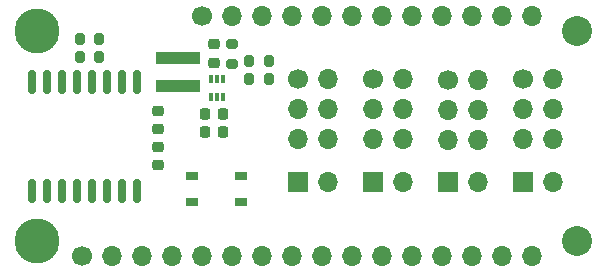
<source format=gbr>
%TF.GenerationSoftware,KiCad,Pcbnew,7.0.2*%
%TF.CreationDate,2023-07-28T16:56:04-04:00*%
%TF.ProjectId,dispocam-hub,64697370-6f63-4616-9d2d-6875622e6b69,rev?*%
%TF.SameCoordinates,Original*%
%TF.FileFunction,Soldermask,Top*%
%TF.FilePolarity,Negative*%
%FSLAX46Y46*%
G04 Gerber Fmt 4.6, Leading zero omitted, Abs format (unit mm)*
G04 Created by KiCad (PCBNEW 7.0.2) date 2023-07-28 16:56:04*
%MOMM*%
%LPD*%
G01*
G04 APERTURE LIST*
G04 Aperture macros list*
%AMRoundRect*
0 Rectangle with rounded corners*
0 $1 Rounding radius*
0 $2 $3 $4 $5 $6 $7 $8 $9 X,Y pos of 4 corners*
0 Add a 4 corners polygon primitive as box body*
4,1,4,$2,$3,$4,$5,$6,$7,$8,$9,$2,$3,0*
0 Add four circle primitives for the rounded corners*
1,1,$1+$1,$2,$3*
1,1,$1+$1,$4,$5*
1,1,$1+$1,$6,$7*
1,1,$1+$1,$8,$9*
0 Add four rect primitives between the rounded corners*
20,1,$1+$1,$2,$3,$4,$5,0*
20,1,$1+$1,$4,$5,$6,$7,0*
20,1,$1+$1,$6,$7,$8,$9,0*
20,1,$1+$1,$8,$9,$2,$3,0*%
G04 Aperture macros list end*
%ADD10O,1.700000X1.700000*%
%ADD11C,1.700000*%
%ADD12C,2.540000*%
%ADD13C,3.810000*%
%ADD14RoundRect,0.225000X0.250000X-0.225000X0.250000X0.225000X-0.250000X0.225000X-0.250000X-0.225000X0*%
%ADD15R,0.340000X0.700000*%
%ADD16RoundRect,0.200000X-0.275000X0.200000X-0.275000X-0.200000X0.275000X-0.200000X0.275000X0.200000X0*%
%ADD17RoundRect,0.200000X-0.200000X-0.275000X0.200000X-0.275000X0.200000X0.275000X-0.200000X0.275000X0*%
%ADD18R,1.050000X0.650000*%
%ADD19RoundRect,0.225000X0.225000X0.250000X-0.225000X0.250000X-0.225000X-0.250000X0.225000X-0.250000X0*%
%ADD20R,1.700000X1.700000*%
%ADD21RoundRect,0.150000X0.150000X-0.875000X0.150000X0.875000X-0.150000X0.875000X-0.150000X-0.875000X0*%
%ADD22RoundRect,0.200000X0.200000X0.275000X-0.200000X0.275000X-0.200000X-0.275000X0.200000X-0.275000X0*%
%ADD23R,3.700000X0.980000*%
G04 APERTURE END LIST*
D10*
%TO.C,M1*%
X146553000Y-103124000D03*
X144013000Y-103124000D03*
X146553000Y-100584000D03*
X144013000Y-100584000D03*
X146553000Y-98044000D03*
D11*
X144013000Y-98044000D03*
%TD*%
D10*
%TO.C,M2*%
X152908000Y-103124000D03*
X150368000Y-103124000D03*
X152908000Y-100584000D03*
X150368000Y-100584000D03*
X152908000Y-98044000D03*
D11*
X150368000Y-98044000D03*
%TD*%
D10*
%TO.C,M3*%
X159253000Y-103139000D03*
X156713000Y-103139000D03*
X159253000Y-100599000D03*
X156713000Y-100599000D03*
X159253000Y-98059000D03*
D11*
X156713000Y-98059000D03*
%TD*%
D10*
%TO.C,M4*%
X165608000Y-103124000D03*
X163068000Y-103124000D03*
X165608000Y-100584000D03*
X163068000Y-100584000D03*
X165608000Y-98044000D03*
D11*
X163068000Y-98044000D03*
%TD*%
D10*
%TO.C,J2*%
X163830000Y-92710000D03*
X161290000Y-92710000D03*
X158750000Y-92710000D03*
X156210000Y-92710000D03*
X153670000Y-92710000D03*
X151130000Y-92710000D03*
X148590000Y-92710000D03*
X146050000Y-92710000D03*
X143510000Y-92710000D03*
X140970000Y-92710000D03*
X138430000Y-92710000D03*
D11*
X135890000Y-92710000D03*
%TD*%
%TO.C,J1*%
X125730000Y-113030000D03*
D10*
X128270000Y-113030000D03*
X130810000Y-113030000D03*
X133350000Y-113030000D03*
X135890000Y-113030000D03*
X138430000Y-113030000D03*
X140970000Y-113030000D03*
X143510000Y-113030000D03*
X146050000Y-113030000D03*
X148590000Y-113030000D03*
X151130000Y-113030000D03*
X153670000Y-113030000D03*
X156210000Y-113030000D03*
X158750000Y-113030000D03*
X161290000Y-113030000D03*
X163830000Y-113030000D03*
%TD*%
D12*
%TO.C,H4*%
X167640000Y-111760000D03*
%TD*%
%TO.C,H3*%
X167640000Y-93980000D03*
%TD*%
D13*
%TO.C,H2*%
X121920000Y-93980000D03*
%TD*%
%TO.C,H1*%
X121920000Y-111760000D03*
%TD*%
D14*
%TO.C,C5*%
X132207000Y-102248000D03*
X132207000Y-100698000D03*
%TD*%
D15*
%TO.C,U1*%
X137652000Y-99544000D03*
X137152000Y-99544000D03*
X136652000Y-99544000D03*
X136652000Y-98044000D03*
X137152000Y-98044000D03*
X137652000Y-98044000D03*
%TD*%
D16*
%TO.C,R3*%
X138430000Y-96710000D03*
X138430000Y-95060000D03*
%TD*%
D17*
%TO.C,R2*%
X139891000Y-96520000D03*
X141541000Y-96520000D03*
%TD*%
D14*
%TO.C,C4*%
X132207000Y-103746000D03*
X132207000Y-105296000D03*
%TD*%
D18*
%TO.C,SW5*%
X139235000Y-108390000D03*
X135085000Y-108390000D03*
X139235000Y-106240000D03*
X135085000Y-106240000D03*
%TD*%
D19*
%TO.C,C3*%
X136115000Y-100965000D03*
X137665000Y-100965000D03*
%TD*%
D20*
%TO.C,SW3*%
X156718000Y-106734000D03*
D10*
X159258000Y-106734000D03*
%TD*%
D20*
%TO.C,SW2*%
X150363000Y-106734000D03*
D10*
X152903000Y-106734000D03*
%TD*%
D20*
%TO.C,SW4*%
X163068000Y-106734000D03*
D10*
X165608000Y-106734000D03*
%TD*%
D21*
%TO.C,U2*%
X121539000Y-107520000D03*
X122809000Y-107520000D03*
X124079000Y-107520000D03*
X125349000Y-107520000D03*
X126619000Y-107520000D03*
X127889000Y-107520000D03*
X129159000Y-107520000D03*
X130429000Y-107520000D03*
X130429000Y-98220000D03*
X129159000Y-98220000D03*
X127889000Y-98220000D03*
X126619000Y-98220000D03*
X125349000Y-98220000D03*
X124079000Y-98220000D03*
X122809000Y-98220000D03*
X121539000Y-98220000D03*
%TD*%
D19*
%TO.C,C2*%
X136115000Y-102459000D03*
X137665000Y-102459000D03*
%TD*%
D22*
%TO.C,R1*%
X141541000Y-98044000D03*
X139891000Y-98044000D03*
%TD*%
D23*
%TO.C,L1*%
X133842000Y-98594000D03*
X133842000Y-96224000D03*
%TD*%
D14*
%TO.C,C1*%
X136890000Y-95084600D03*
X136890000Y-96634600D03*
%TD*%
D22*
%TO.C,R4*%
X125540000Y-96139000D03*
X127190000Y-96139000D03*
%TD*%
%TO.C,R5*%
X125540000Y-94615000D03*
X127190000Y-94615000D03*
%TD*%
D20*
%TO.C,SW1*%
X144013000Y-106734000D03*
D10*
X146553000Y-106734000D03*
%TD*%
M02*

</source>
